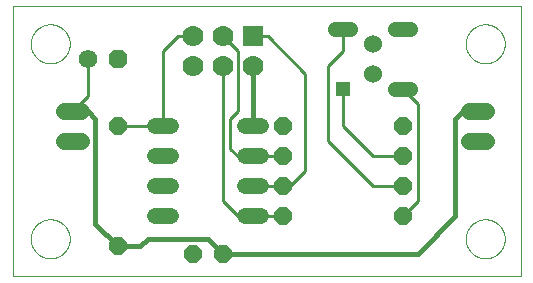
<source format=gtl>
G75*
%MOIN*%
%OFA0B0*%
%FSLAX25Y25*%
%IPPOS*%
%LPD*%
%AMOC8*
5,1,8,0,0,1.08239X$1,22.5*
%
%ADD10C,0.00000*%
%ADD11C,0.05200*%
%ADD12C,0.05600*%
%ADD13R,0.05150X0.05150*%
%ADD14C,0.05150*%
%ADD15C,0.06000*%
%ADD16OC8,0.06200*%
%ADD17C,0.06200*%
%ADD18R,0.07000X0.07000*%
%ADD19C,0.07000*%
%ADD20OC8,0.06000*%
%ADD21C,0.01000*%
%ADD22C,0.01600*%
D10*
X0001494Y0001520D02*
X0001516Y0091480D01*
X0170850Y0091480D01*
X0170850Y0001520D01*
X0001494Y0001520D01*
X0007500Y0014000D02*
X0007502Y0014161D01*
X0007508Y0014321D01*
X0007518Y0014482D01*
X0007532Y0014642D01*
X0007550Y0014802D01*
X0007571Y0014961D01*
X0007597Y0015120D01*
X0007627Y0015278D01*
X0007660Y0015435D01*
X0007698Y0015592D01*
X0007739Y0015747D01*
X0007784Y0015901D01*
X0007833Y0016054D01*
X0007886Y0016206D01*
X0007942Y0016357D01*
X0008003Y0016506D01*
X0008066Y0016654D01*
X0008134Y0016800D01*
X0008205Y0016944D01*
X0008279Y0017086D01*
X0008357Y0017227D01*
X0008439Y0017365D01*
X0008524Y0017502D01*
X0008612Y0017636D01*
X0008704Y0017768D01*
X0008799Y0017898D01*
X0008897Y0018026D01*
X0008998Y0018151D01*
X0009102Y0018273D01*
X0009209Y0018393D01*
X0009319Y0018510D01*
X0009432Y0018625D01*
X0009548Y0018736D01*
X0009667Y0018845D01*
X0009788Y0018950D01*
X0009912Y0019053D01*
X0010038Y0019153D01*
X0010166Y0019249D01*
X0010297Y0019342D01*
X0010431Y0019432D01*
X0010566Y0019519D01*
X0010704Y0019602D01*
X0010843Y0019682D01*
X0010985Y0019758D01*
X0011128Y0019831D01*
X0011273Y0019900D01*
X0011420Y0019966D01*
X0011568Y0020028D01*
X0011718Y0020086D01*
X0011869Y0020141D01*
X0012022Y0020192D01*
X0012176Y0020239D01*
X0012331Y0020282D01*
X0012487Y0020321D01*
X0012643Y0020357D01*
X0012801Y0020388D01*
X0012959Y0020416D01*
X0013118Y0020440D01*
X0013278Y0020460D01*
X0013438Y0020476D01*
X0013598Y0020488D01*
X0013759Y0020496D01*
X0013920Y0020500D01*
X0014080Y0020500D01*
X0014241Y0020496D01*
X0014402Y0020488D01*
X0014562Y0020476D01*
X0014722Y0020460D01*
X0014882Y0020440D01*
X0015041Y0020416D01*
X0015199Y0020388D01*
X0015357Y0020357D01*
X0015513Y0020321D01*
X0015669Y0020282D01*
X0015824Y0020239D01*
X0015978Y0020192D01*
X0016131Y0020141D01*
X0016282Y0020086D01*
X0016432Y0020028D01*
X0016580Y0019966D01*
X0016727Y0019900D01*
X0016872Y0019831D01*
X0017015Y0019758D01*
X0017157Y0019682D01*
X0017296Y0019602D01*
X0017434Y0019519D01*
X0017569Y0019432D01*
X0017703Y0019342D01*
X0017834Y0019249D01*
X0017962Y0019153D01*
X0018088Y0019053D01*
X0018212Y0018950D01*
X0018333Y0018845D01*
X0018452Y0018736D01*
X0018568Y0018625D01*
X0018681Y0018510D01*
X0018791Y0018393D01*
X0018898Y0018273D01*
X0019002Y0018151D01*
X0019103Y0018026D01*
X0019201Y0017898D01*
X0019296Y0017768D01*
X0019388Y0017636D01*
X0019476Y0017502D01*
X0019561Y0017365D01*
X0019643Y0017227D01*
X0019721Y0017086D01*
X0019795Y0016944D01*
X0019866Y0016800D01*
X0019934Y0016654D01*
X0019997Y0016506D01*
X0020058Y0016357D01*
X0020114Y0016206D01*
X0020167Y0016054D01*
X0020216Y0015901D01*
X0020261Y0015747D01*
X0020302Y0015592D01*
X0020340Y0015435D01*
X0020373Y0015278D01*
X0020403Y0015120D01*
X0020429Y0014961D01*
X0020450Y0014802D01*
X0020468Y0014642D01*
X0020482Y0014482D01*
X0020492Y0014321D01*
X0020498Y0014161D01*
X0020500Y0014000D01*
X0020498Y0013839D01*
X0020492Y0013679D01*
X0020482Y0013518D01*
X0020468Y0013358D01*
X0020450Y0013198D01*
X0020429Y0013039D01*
X0020403Y0012880D01*
X0020373Y0012722D01*
X0020340Y0012565D01*
X0020302Y0012408D01*
X0020261Y0012253D01*
X0020216Y0012099D01*
X0020167Y0011946D01*
X0020114Y0011794D01*
X0020058Y0011643D01*
X0019997Y0011494D01*
X0019934Y0011346D01*
X0019866Y0011200D01*
X0019795Y0011056D01*
X0019721Y0010914D01*
X0019643Y0010773D01*
X0019561Y0010635D01*
X0019476Y0010498D01*
X0019388Y0010364D01*
X0019296Y0010232D01*
X0019201Y0010102D01*
X0019103Y0009974D01*
X0019002Y0009849D01*
X0018898Y0009727D01*
X0018791Y0009607D01*
X0018681Y0009490D01*
X0018568Y0009375D01*
X0018452Y0009264D01*
X0018333Y0009155D01*
X0018212Y0009050D01*
X0018088Y0008947D01*
X0017962Y0008847D01*
X0017834Y0008751D01*
X0017703Y0008658D01*
X0017569Y0008568D01*
X0017434Y0008481D01*
X0017296Y0008398D01*
X0017157Y0008318D01*
X0017015Y0008242D01*
X0016872Y0008169D01*
X0016727Y0008100D01*
X0016580Y0008034D01*
X0016432Y0007972D01*
X0016282Y0007914D01*
X0016131Y0007859D01*
X0015978Y0007808D01*
X0015824Y0007761D01*
X0015669Y0007718D01*
X0015513Y0007679D01*
X0015357Y0007643D01*
X0015199Y0007612D01*
X0015041Y0007584D01*
X0014882Y0007560D01*
X0014722Y0007540D01*
X0014562Y0007524D01*
X0014402Y0007512D01*
X0014241Y0007504D01*
X0014080Y0007500D01*
X0013920Y0007500D01*
X0013759Y0007504D01*
X0013598Y0007512D01*
X0013438Y0007524D01*
X0013278Y0007540D01*
X0013118Y0007560D01*
X0012959Y0007584D01*
X0012801Y0007612D01*
X0012643Y0007643D01*
X0012487Y0007679D01*
X0012331Y0007718D01*
X0012176Y0007761D01*
X0012022Y0007808D01*
X0011869Y0007859D01*
X0011718Y0007914D01*
X0011568Y0007972D01*
X0011420Y0008034D01*
X0011273Y0008100D01*
X0011128Y0008169D01*
X0010985Y0008242D01*
X0010843Y0008318D01*
X0010704Y0008398D01*
X0010566Y0008481D01*
X0010431Y0008568D01*
X0010297Y0008658D01*
X0010166Y0008751D01*
X0010038Y0008847D01*
X0009912Y0008947D01*
X0009788Y0009050D01*
X0009667Y0009155D01*
X0009548Y0009264D01*
X0009432Y0009375D01*
X0009319Y0009490D01*
X0009209Y0009607D01*
X0009102Y0009727D01*
X0008998Y0009849D01*
X0008897Y0009974D01*
X0008799Y0010102D01*
X0008704Y0010232D01*
X0008612Y0010364D01*
X0008524Y0010498D01*
X0008439Y0010635D01*
X0008357Y0010773D01*
X0008279Y0010914D01*
X0008205Y0011056D01*
X0008134Y0011200D01*
X0008066Y0011346D01*
X0008003Y0011494D01*
X0007942Y0011643D01*
X0007886Y0011794D01*
X0007833Y0011946D01*
X0007784Y0012099D01*
X0007739Y0012253D01*
X0007698Y0012408D01*
X0007660Y0012565D01*
X0007627Y0012722D01*
X0007597Y0012880D01*
X0007571Y0013039D01*
X0007550Y0013198D01*
X0007532Y0013358D01*
X0007518Y0013518D01*
X0007508Y0013679D01*
X0007502Y0013839D01*
X0007500Y0014000D01*
X0007500Y0079000D02*
X0007502Y0079161D01*
X0007508Y0079321D01*
X0007518Y0079482D01*
X0007532Y0079642D01*
X0007550Y0079802D01*
X0007571Y0079961D01*
X0007597Y0080120D01*
X0007627Y0080278D01*
X0007660Y0080435D01*
X0007698Y0080592D01*
X0007739Y0080747D01*
X0007784Y0080901D01*
X0007833Y0081054D01*
X0007886Y0081206D01*
X0007942Y0081357D01*
X0008003Y0081506D01*
X0008066Y0081654D01*
X0008134Y0081800D01*
X0008205Y0081944D01*
X0008279Y0082086D01*
X0008357Y0082227D01*
X0008439Y0082365D01*
X0008524Y0082502D01*
X0008612Y0082636D01*
X0008704Y0082768D01*
X0008799Y0082898D01*
X0008897Y0083026D01*
X0008998Y0083151D01*
X0009102Y0083273D01*
X0009209Y0083393D01*
X0009319Y0083510D01*
X0009432Y0083625D01*
X0009548Y0083736D01*
X0009667Y0083845D01*
X0009788Y0083950D01*
X0009912Y0084053D01*
X0010038Y0084153D01*
X0010166Y0084249D01*
X0010297Y0084342D01*
X0010431Y0084432D01*
X0010566Y0084519D01*
X0010704Y0084602D01*
X0010843Y0084682D01*
X0010985Y0084758D01*
X0011128Y0084831D01*
X0011273Y0084900D01*
X0011420Y0084966D01*
X0011568Y0085028D01*
X0011718Y0085086D01*
X0011869Y0085141D01*
X0012022Y0085192D01*
X0012176Y0085239D01*
X0012331Y0085282D01*
X0012487Y0085321D01*
X0012643Y0085357D01*
X0012801Y0085388D01*
X0012959Y0085416D01*
X0013118Y0085440D01*
X0013278Y0085460D01*
X0013438Y0085476D01*
X0013598Y0085488D01*
X0013759Y0085496D01*
X0013920Y0085500D01*
X0014080Y0085500D01*
X0014241Y0085496D01*
X0014402Y0085488D01*
X0014562Y0085476D01*
X0014722Y0085460D01*
X0014882Y0085440D01*
X0015041Y0085416D01*
X0015199Y0085388D01*
X0015357Y0085357D01*
X0015513Y0085321D01*
X0015669Y0085282D01*
X0015824Y0085239D01*
X0015978Y0085192D01*
X0016131Y0085141D01*
X0016282Y0085086D01*
X0016432Y0085028D01*
X0016580Y0084966D01*
X0016727Y0084900D01*
X0016872Y0084831D01*
X0017015Y0084758D01*
X0017157Y0084682D01*
X0017296Y0084602D01*
X0017434Y0084519D01*
X0017569Y0084432D01*
X0017703Y0084342D01*
X0017834Y0084249D01*
X0017962Y0084153D01*
X0018088Y0084053D01*
X0018212Y0083950D01*
X0018333Y0083845D01*
X0018452Y0083736D01*
X0018568Y0083625D01*
X0018681Y0083510D01*
X0018791Y0083393D01*
X0018898Y0083273D01*
X0019002Y0083151D01*
X0019103Y0083026D01*
X0019201Y0082898D01*
X0019296Y0082768D01*
X0019388Y0082636D01*
X0019476Y0082502D01*
X0019561Y0082365D01*
X0019643Y0082227D01*
X0019721Y0082086D01*
X0019795Y0081944D01*
X0019866Y0081800D01*
X0019934Y0081654D01*
X0019997Y0081506D01*
X0020058Y0081357D01*
X0020114Y0081206D01*
X0020167Y0081054D01*
X0020216Y0080901D01*
X0020261Y0080747D01*
X0020302Y0080592D01*
X0020340Y0080435D01*
X0020373Y0080278D01*
X0020403Y0080120D01*
X0020429Y0079961D01*
X0020450Y0079802D01*
X0020468Y0079642D01*
X0020482Y0079482D01*
X0020492Y0079321D01*
X0020498Y0079161D01*
X0020500Y0079000D01*
X0020498Y0078839D01*
X0020492Y0078679D01*
X0020482Y0078518D01*
X0020468Y0078358D01*
X0020450Y0078198D01*
X0020429Y0078039D01*
X0020403Y0077880D01*
X0020373Y0077722D01*
X0020340Y0077565D01*
X0020302Y0077408D01*
X0020261Y0077253D01*
X0020216Y0077099D01*
X0020167Y0076946D01*
X0020114Y0076794D01*
X0020058Y0076643D01*
X0019997Y0076494D01*
X0019934Y0076346D01*
X0019866Y0076200D01*
X0019795Y0076056D01*
X0019721Y0075914D01*
X0019643Y0075773D01*
X0019561Y0075635D01*
X0019476Y0075498D01*
X0019388Y0075364D01*
X0019296Y0075232D01*
X0019201Y0075102D01*
X0019103Y0074974D01*
X0019002Y0074849D01*
X0018898Y0074727D01*
X0018791Y0074607D01*
X0018681Y0074490D01*
X0018568Y0074375D01*
X0018452Y0074264D01*
X0018333Y0074155D01*
X0018212Y0074050D01*
X0018088Y0073947D01*
X0017962Y0073847D01*
X0017834Y0073751D01*
X0017703Y0073658D01*
X0017569Y0073568D01*
X0017434Y0073481D01*
X0017296Y0073398D01*
X0017157Y0073318D01*
X0017015Y0073242D01*
X0016872Y0073169D01*
X0016727Y0073100D01*
X0016580Y0073034D01*
X0016432Y0072972D01*
X0016282Y0072914D01*
X0016131Y0072859D01*
X0015978Y0072808D01*
X0015824Y0072761D01*
X0015669Y0072718D01*
X0015513Y0072679D01*
X0015357Y0072643D01*
X0015199Y0072612D01*
X0015041Y0072584D01*
X0014882Y0072560D01*
X0014722Y0072540D01*
X0014562Y0072524D01*
X0014402Y0072512D01*
X0014241Y0072504D01*
X0014080Y0072500D01*
X0013920Y0072500D01*
X0013759Y0072504D01*
X0013598Y0072512D01*
X0013438Y0072524D01*
X0013278Y0072540D01*
X0013118Y0072560D01*
X0012959Y0072584D01*
X0012801Y0072612D01*
X0012643Y0072643D01*
X0012487Y0072679D01*
X0012331Y0072718D01*
X0012176Y0072761D01*
X0012022Y0072808D01*
X0011869Y0072859D01*
X0011718Y0072914D01*
X0011568Y0072972D01*
X0011420Y0073034D01*
X0011273Y0073100D01*
X0011128Y0073169D01*
X0010985Y0073242D01*
X0010843Y0073318D01*
X0010704Y0073398D01*
X0010566Y0073481D01*
X0010431Y0073568D01*
X0010297Y0073658D01*
X0010166Y0073751D01*
X0010038Y0073847D01*
X0009912Y0073947D01*
X0009788Y0074050D01*
X0009667Y0074155D01*
X0009548Y0074264D01*
X0009432Y0074375D01*
X0009319Y0074490D01*
X0009209Y0074607D01*
X0009102Y0074727D01*
X0008998Y0074849D01*
X0008897Y0074974D01*
X0008799Y0075102D01*
X0008704Y0075232D01*
X0008612Y0075364D01*
X0008524Y0075498D01*
X0008439Y0075635D01*
X0008357Y0075773D01*
X0008279Y0075914D01*
X0008205Y0076056D01*
X0008134Y0076200D01*
X0008066Y0076346D01*
X0008003Y0076494D01*
X0007942Y0076643D01*
X0007886Y0076794D01*
X0007833Y0076946D01*
X0007784Y0077099D01*
X0007739Y0077253D01*
X0007698Y0077408D01*
X0007660Y0077565D01*
X0007627Y0077722D01*
X0007597Y0077880D01*
X0007571Y0078039D01*
X0007550Y0078198D01*
X0007532Y0078358D01*
X0007518Y0078518D01*
X0007508Y0078679D01*
X0007502Y0078839D01*
X0007500Y0079000D01*
X0152500Y0079000D02*
X0152502Y0079161D01*
X0152508Y0079321D01*
X0152518Y0079482D01*
X0152532Y0079642D01*
X0152550Y0079802D01*
X0152571Y0079961D01*
X0152597Y0080120D01*
X0152627Y0080278D01*
X0152660Y0080435D01*
X0152698Y0080592D01*
X0152739Y0080747D01*
X0152784Y0080901D01*
X0152833Y0081054D01*
X0152886Y0081206D01*
X0152942Y0081357D01*
X0153003Y0081506D01*
X0153066Y0081654D01*
X0153134Y0081800D01*
X0153205Y0081944D01*
X0153279Y0082086D01*
X0153357Y0082227D01*
X0153439Y0082365D01*
X0153524Y0082502D01*
X0153612Y0082636D01*
X0153704Y0082768D01*
X0153799Y0082898D01*
X0153897Y0083026D01*
X0153998Y0083151D01*
X0154102Y0083273D01*
X0154209Y0083393D01*
X0154319Y0083510D01*
X0154432Y0083625D01*
X0154548Y0083736D01*
X0154667Y0083845D01*
X0154788Y0083950D01*
X0154912Y0084053D01*
X0155038Y0084153D01*
X0155166Y0084249D01*
X0155297Y0084342D01*
X0155431Y0084432D01*
X0155566Y0084519D01*
X0155704Y0084602D01*
X0155843Y0084682D01*
X0155985Y0084758D01*
X0156128Y0084831D01*
X0156273Y0084900D01*
X0156420Y0084966D01*
X0156568Y0085028D01*
X0156718Y0085086D01*
X0156869Y0085141D01*
X0157022Y0085192D01*
X0157176Y0085239D01*
X0157331Y0085282D01*
X0157487Y0085321D01*
X0157643Y0085357D01*
X0157801Y0085388D01*
X0157959Y0085416D01*
X0158118Y0085440D01*
X0158278Y0085460D01*
X0158438Y0085476D01*
X0158598Y0085488D01*
X0158759Y0085496D01*
X0158920Y0085500D01*
X0159080Y0085500D01*
X0159241Y0085496D01*
X0159402Y0085488D01*
X0159562Y0085476D01*
X0159722Y0085460D01*
X0159882Y0085440D01*
X0160041Y0085416D01*
X0160199Y0085388D01*
X0160357Y0085357D01*
X0160513Y0085321D01*
X0160669Y0085282D01*
X0160824Y0085239D01*
X0160978Y0085192D01*
X0161131Y0085141D01*
X0161282Y0085086D01*
X0161432Y0085028D01*
X0161580Y0084966D01*
X0161727Y0084900D01*
X0161872Y0084831D01*
X0162015Y0084758D01*
X0162157Y0084682D01*
X0162296Y0084602D01*
X0162434Y0084519D01*
X0162569Y0084432D01*
X0162703Y0084342D01*
X0162834Y0084249D01*
X0162962Y0084153D01*
X0163088Y0084053D01*
X0163212Y0083950D01*
X0163333Y0083845D01*
X0163452Y0083736D01*
X0163568Y0083625D01*
X0163681Y0083510D01*
X0163791Y0083393D01*
X0163898Y0083273D01*
X0164002Y0083151D01*
X0164103Y0083026D01*
X0164201Y0082898D01*
X0164296Y0082768D01*
X0164388Y0082636D01*
X0164476Y0082502D01*
X0164561Y0082365D01*
X0164643Y0082227D01*
X0164721Y0082086D01*
X0164795Y0081944D01*
X0164866Y0081800D01*
X0164934Y0081654D01*
X0164997Y0081506D01*
X0165058Y0081357D01*
X0165114Y0081206D01*
X0165167Y0081054D01*
X0165216Y0080901D01*
X0165261Y0080747D01*
X0165302Y0080592D01*
X0165340Y0080435D01*
X0165373Y0080278D01*
X0165403Y0080120D01*
X0165429Y0079961D01*
X0165450Y0079802D01*
X0165468Y0079642D01*
X0165482Y0079482D01*
X0165492Y0079321D01*
X0165498Y0079161D01*
X0165500Y0079000D01*
X0165498Y0078839D01*
X0165492Y0078679D01*
X0165482Y0078518D01*
X0165468Y0078358D01*
X0165450Y0078198D01*
X0165429Y0078039D01*
X0165403Y0077880D01*
X0165373Y0077722D01*
X0165340Y0077565D01*
X0165302Y0077408D01*
X0165261Y0077253D01*
X0165216Y0077099D01*
X0165167Y0076946D01*
X0165114Y0076794D01*
X0165058Y0076643D01*
X0164997Y0076494D01*
X0164934Y0076346D01*
X0164866Y0076200D01*
X0164795Y0076056D01*
X0164721Y0075914D01*
X0164643Y0075773D01*
X0164561Y0075635D01*
X0164476Y0075498D01*
X0164388Y0075364D01*
X0164296Y0075232D01*
X0164201Y0075102D01*
X0164103Y0074974D01*
X0164002Y0074849D01*
X0163898Y0074727D01*
X0163791Y0074607D01*
X0163681Y0074490D01*
X0163568Y0074375D01*
X0163452Y0074264D01*
X0163333Y0074155D01*
X0163212Y0074050D01*
X0163088Y0073947D01*
X0162962Y0073847D01*
X0162834Y0073751D01*
X0162703Y0073658D01*
X0162569Y0073568D01*
X0162434Y0073481D01*
X0162296Y0073398D01*
X0162157Y0073318D01*
X0162015Y0073242D01*
X0161872Y0073169D01*
X0161727Y0073100D01*
X0161580Y0073034D01*
X0161432Y0072972D01*
X0161282Y0072914D01*
X0161131Y0072859D01*
X0160978Y0072808D01*
X0160824Y0072761D01*
X0160669Y0072718D01*
X0160513Y0072679D01*
X0160357Y0072643D01*
X0160199Y0072612D01*
X0160041Y0072584D01*
X0159882Y0072560D01*
X0159722Y0072540D01*
X0159562Y0072524D01*
X0159402Y0072512D01*
X0159241Y0072504D01*
X0159080Y0072500D01*
X0158920Y0072500D01*
X0158759Y0072504D01*
X0158598Y0072512D01*
X0158438Y0072524D01*
X0158278Y0072540D01*
X0158118Y0072560D01*
X0157959Y0072584D01*
X0157801Y0072612D01*
X0157643Y0072643D01*
X0157487Y0072679D01*
X0157331Y0072718D01*
X0157176Y0072761D01*
X0157022Y0072808D01*
X0156869Y0072859D01*
X0156718Y0072914D01*
X0156568Y0072972D01*
X0156420Y0073034D01*
X0156273Y0073100D01*
X0156128Y0073169D01*
X0155985Y0073242D01*
X0155843Y0073318D01*
X0155704Y0073398D01*
X0155566Y0073481D01*
X0155431Y0073568D01*
X0155297Y0073658D01*
X0155166Y0073751D01*
X0155038Y0073847D01*
X0154912Y0073947D01*
X0154788Y0074050D01*
X0154667Y0074155D01*
X0154548Y0074264D01*
X0154432Y0074375D01*
X0154319Y0074490D01*
X0154209Y0074607D01*
X0154102Y0074727D01*
X0153998Y0074849D01*
X0153897Y0074974D01*
X0153799Y0075102D01*
X0153704Y0075232D01*
X0153612Y0075364D01*
X0153524Y0075498D01*
X0153439Y0075635D01*
X0153357Y0075773D01*
X0153279Y0075914D01*
X0153205Y0076056D01*
X0153134Y0076200D01*
X0153066Y0076346D01*
X0153003Y0076494D01*
X0152942Y0076643D01*
X0152886Y0076794D01*
X0152833Y0076946D01*
X0152784Y0077099D01*
X0152739Y0077253D01*
X0152698Y0077408D01*
X0152660Y0077565D01*
X0152627Y0077722D01*
X0152597Y0077880D01*
X0152571Y0078039D01*
X0152550Y0078198D01*
X0152532Y0078358D01*
X0152518Y0078518D01*
X0152508Y0078679D01*
X0152502Y0078839D01*
X0152500Y0079000D01*
X0152500Y0014000D02*
X0152502Y0014161D01*
X0152508Y0014321D01*
X0152518Y0014482D01*
X0152532Y0014642D01*
X0152550Y0014802D01*
X0152571Y0014961D01*
X0152597Y0015120D01*
X0152627Y0015278D01*
X0152660Y0015435D01*
X0152698Y0015592D01*
X0152739Y0015747D01*
X0152784Y0015901D01*
X0152833Y0016054D01*
X0152886Y0016206D01*
X0152942Y0016357D01*
X0153003Y0016506D01*
X0153066Y0016654D01*
X0153134Y0016800D01*
X0153205Y0016944D01*
X0153279Y0017086D01*
X0153357Y0017227D01*
X0153439Y0017365D01*
X0153524Y0017502D01*
X0153612Y0017636D01*
X0153704Y0017768D01*
X0153799Y0017898D01*
X0153897Y0018026D01*
X0153998Y0018151D01*
X0154102Y0018273D01*
X0154209Y0018393D01*
X0154319Y0018510D01*
X0154432Y0018625D01*
X0154548Y0018736D01*
X0154667Y0018845D01*
X0154788Y0018950D01*
X0154912Y0019053D01*
X0155038Y0019153D01*
X0155166Y0019249D01*
X0155297Y0019342D01*
X0155431Y0019432D01*
X0155566Y0019519D01*
X0155704Y0019602D01*
X0155843Y0019682D01*
X0155985Y0019758D01*
X0156128Y0019831D01*
X0156273Y0019900D01*
X0156420Y0019966D01*
X0156568Y0020028D01*
X0156718Y0020086D01*
X0156869Y0020141D01*
X0157022Y0020192D01*
X0157176Y0020239D01*
X0157331Y0020282D01*
X0157487Y0020321D01*
X0157643Y0020357D01*
X0157801Y0020388D01*
X0157959Y0020416D01*
X0158118Y0020440D01*
X0158278Y0020460D01*
X0158438Y0020476D01*
X0158598Y0020488D01*
X0158759Y0020496D01*
X0158920Y0020500D01*
X0159080Y0020500D01*
X0159241Y0020496D01*
X0159402Y0020488D01*
X0159562Y0020476D01*
X0159722Y0020460D01*
X0159882Y0020440D01*
X0160041Y0020416D01*
X0160199Y0020388D01*
X0160357Y0020357D01*
X0160513Y0020321D01*
X0160669Y0020282D01*
X0160824Y0020239D01*
X0160978Y0020192D01*
X0161131Y0020141D01*
X0161282Y0020086D01*
X0161432Y0020028D01*
X0161580Y0019966D01*
X0161727Y0019900D01*
X0161872Y0019831D01*
X0162015Y0019758D01*
X0162157Y0019682D01*
X0162296Y0019602D01*
X0162434Y0019519D01*
X0162569Y0019432D01*
X0162703Y0019342D01*
X0162834Y0019249D01*
X0162962Y0019153D01*
X0163088Y0019053D01*
X0163212Y0018950D01*
X0163333Y0018845D01*
X0163452Y0018736D01*
X0163568Y0018625D01*
X0163681Y0018510D01*
X0163791Y0018393D01*
X0163898Y0018273D01*
X0164002Y0018151D01*
X0164103Y0018026D01*
X0164201Y0017898D01*
X0164296Y0017768D01*
X0164388Y0017636D01*
X0164476Y0017502D01*
X0164561Y0017365D01*
X0164643Y0017227D01*
X0164721Y0017086D01*
X0164795Y0016944D01*
X0164866Y0016800D01*
X0164934Y0016654D01*
X0164997Y0016506D01*
X0165058Y0016357D01*
X0165114Y0016206D01*
X0165167Y0016054D01*
X0165216Y0015901D01*
X0165261Y0015747D01*
X0165302Y0015592D01*
X0165340Y0015435D01*
X0165373Y0015278D01*
X0165403Y0015120D01*
X0165429Y0014961D01*
X0165450Y0014802D01*
X0165468Y0014642D01*
X0165482Y0014482D01*
X0165492Y0014321D01*
X0165498Y0014161D01*
X0165500Y0014000D01*
X0165498Y0013839D01*
X0165492Y0013679D01*
X0165482Y0013518D01*
X0165468Y0013358D01*
X0165450Y0013198D01*
X0165429Y0013039D01*
X0165403Y0012880D01*
X0165373Y0012722D01*
X0165340Y0012565D01*
X0165302Y0012408D01*
X0165261Y0012253D01*
X0165216Y0012099D01*
X0165167Y0011946D01*
X0165114Y0011794D01*
X0165058Y0011643D01*
X0164997Y0011494D01*
X0164934Y0011346D01*
X0164866Y0011200D01*
X0164795Y0011056D01*
X0164721Y0010914D01*
X0164643Y0010773D01*
X0164561Y0010635D01*
X0164476Y0010498D01*
X0164388Y0010364D01*
X0164296Y0010232D01*
X0164201Y0010102D01*
X0164103Y0009974D01*
X0164002Y0009849D01*
X0163898Y0009727D01*
X0163791Y0009607D01*
X0163681Y0009490D01*
X0163568Y0009375D01*
X0163452Y0009264D01*
X0163333Y0009155D01*
X0163212Y0009050D01*
X0163088Y0008947D01*
X0162962Y0008847D01*
X0162834Y0008751D01*
X0162703Y0008658D01*
X0162569Y0008568D01*
X0162434Y0008481D01*
X0162296Y0008398D01*
X0162157Y0008318D01*
X0162015Y0008242D01*
X0161872Y0008169D01*
X0161727Y0008100D01*
X0161580Y0008034D01*
X0161432Y0007972D01*
X0161282Y0007914D01*
X0161131Y0007859D01*
X0160978Y0007808D01*
X0160824Y0007761D01*
X0160669Y0007718D01*
X0160513Y0007679D01*
X0160357Y0007643D01*
X0160199Y0007612D01*
X0160041Y0007584D01*
X0159882Y0007560D01*
X0159722Y0007540D01*
X0159562Y0007524D01*
X0159402Y0007512D01*
X0159241Y0007504D01*
X0159080Y0007500D01*
X0158920Y0007500D01*
X0158759Y0007504D01*
X0158598Y0007512D01*
X0158438Y0007524D01*
X0158278Y0007540D01*
X0158118Y0007560D01*
X0157959Y0007584D01*
X0157801Y0007612D01*
X0157643Y0007643D01*
X0157487Y0007679D01*
X0157331Y0007718D01*
X0157176Y0007761D01*
X0157022Y0007808D01*
X0156869Y0007859D01*
X0156718Y0007914D01*
X0156568Y0007972D01*
X0156420Y0008034D01*
X0156273Y0008100D01*
X0156128Y0008169D01*
X0155985Y0008242D01*
X0155843Y0008318D01*
X0155704Y0008398D01*
X0155566Y0008481D01*
X0155431Y0008568D01*
X0155297Y0008658D01*
X0155166Y0008751D01*
X0155038Y0008847D01*
X0154912Y0008947D01*
X0154788Y0009050D01*
X0154667Y0009155D01*
X0154548Y0009264D01*
X0154432Y0009375D01*
X0154319Y0009490D01*
X0154209Y0009607D01*
X0154102Y0009727D01*
X0153998Y0009849D01*
X0153897Y0009974D01*
X0153799Y0010102D01*
X0153704Y0010232D01*
X0153612Y0010364D01*
X0153524Y0010498D01*
X0153439Y0010635D01*
X0153357Y0010773D01*
X0153279Y0010914D01*
X0153205Y0011056D01*
X0153134Y0011200D01*
X0153066Y0011346D01*
X0153003Y0011494D01*
X0152942Y0011643D01*
X0152886Y0011794D01*
X0152833Y0011946D01*
X0152784Y0012099D01*
X0152739Y0012253D01*
X0152698Y0012408D01*
X0152660Y0012565D01*
X0152627Y0012722D01*
X0152597Y0012880D01*
X0152571Y0013039D01*
X0152550Y0013198D01*
X0152532Y0013358D01*
X0152518Y0013518D01*
X0152508Y0013679D01*
X0152502Y0013839D01*
X0152500Y0014000D01*
D11*
X0084100Y0021500D02*
X0078900Y0021500D01*
X0078900Y0031500D02*
X0084100Y0031500D01*
X0084100Y0041500D02*
X0078900Y0041500D01*
X0078900Y0051500D02*
X0084100Y0051500D01*
X0054100Y0051500D02*
X0048900Y0051500D01*
X0048900Y0041500D02*
X0054100Y0041500D01*
X0054100Y0031500D02*
X0048900Y0031500D01*
X0048900Y0021500D02*
X0054100Y0021500D01*
D12*
X0024300Y0046500D02*
X0018700Y0046500D01*
X0018700Y0056500D02*
X0024300Y0056500D01*
X0153700Y0056500D02*
X0159300Y0056500D01*
X0159300Y0046500D02*
X0153700Y0046500D01*
D13*
X0111500Y0064000D03*
D14*
X0128925Y0064000D02*
X0134075Y0064000D01*
X0134075Y0084000D02*
X0128925Y0084000D01*
X0114075Y0084000D02*
X0108925Y0084000D01*
D15*
X0121500Y0079000D03*
X0121500Y0069000D03*
D16*
X0036500Y0074000D03*
D17*
X0026500Y0074000D03*
D18*
X0081500Y0081500D03*
D19*
X0071500Y0081500D03*
X0061500Y0081500D03*
X0061500Y0071500D03*
X0071500Y0071500D03*
X0081500Y0071500D03*
D20*
X0091500Y0051500D03*
X0091500Y0041500D03*
X0091500Y0031500D03*
X0091500Y0021500D03*
X0071500Y0009000D03*
X0061500Y0009000D03*
X0036500Y0011500D03*
X0036500Y0051500D03*
X0131500Y0051500D03*
X0131500Y0041500D03*
X0131500Y0031500D03*
X0131500Y0021500D03*
D21*
X0136500Y0026500D01*
X0136500Y0059000D01*
X0131500Y0064000D01*
X0111500Y0064000D02*
X0111500Y0051500D01*
X0121500Y0041500D01*
X0131500Y0041500D01*
X0131500Y0031500D02*
X0121500Y0031500D01*
X0106500Y0046500D01*
X0106500Y0071500D01*
X0111500Y0076500D01*
X0111500Y0084000D01*
X0099000Y0069000D02*
X0086500Y0081500D01*
X0081500Y0081500D01*
X0076500Y0076500D02*
X0076500Y0056500D01*
X0074000Y0054000D01*
X0074000Y0044000D01*
X0076500Y0041500D01*
X0081500Y0041500D01*
X0091500Y0041500D01*
X0099000Y0036500D02*
X0094000Y0031500D01*
X0091500Y0031500D01*
X0081500Y0031500D01*
X0076500Y0021500D02*
X0071500Y0026500D01*
X0071500Y0071500D01*
X0076500Y0076500D02*
X0071500Y0081500D01*
X0061500Y0081500D02*
X0056500Y0081500D01*
X0051500Y0076500D01*
X0051500Y0051500D01*
X0036500Y0051500D01*
X0026500Y0061500D02*
X0021500Y0056500D01*
X0026500Y0061500D02*
X0026500Y0074000D01*
X0099000Y0069000D02*
X0099000Y0036500D01*
X0091500Y0021500D02*
X0081500Y0021500D01*
X0076500Y0021500D01*
D22*
X0066500Y0014000D02*
X0071500Y0009000D01*
X0136500Y0009000D01*
X0149000Y0021500D01*
X0149000Y0054000D01*
X0151500Y0056500D01*
X0156500Y0056500D01*
X0081500Y0051500D02*
X0081500Y0071500D01*
X0029000Y0054000D02*
X0029000Y0019000D01*
X0036500Y0011500D01*
X0044000Y0011500D01*
X0046500Y0014000D01*
X0066500Y0014000D01*
X0029000Y0054000D02*
X0026500Y0056500D01*
X0021500Y0056500D01*
M02*

</source>
